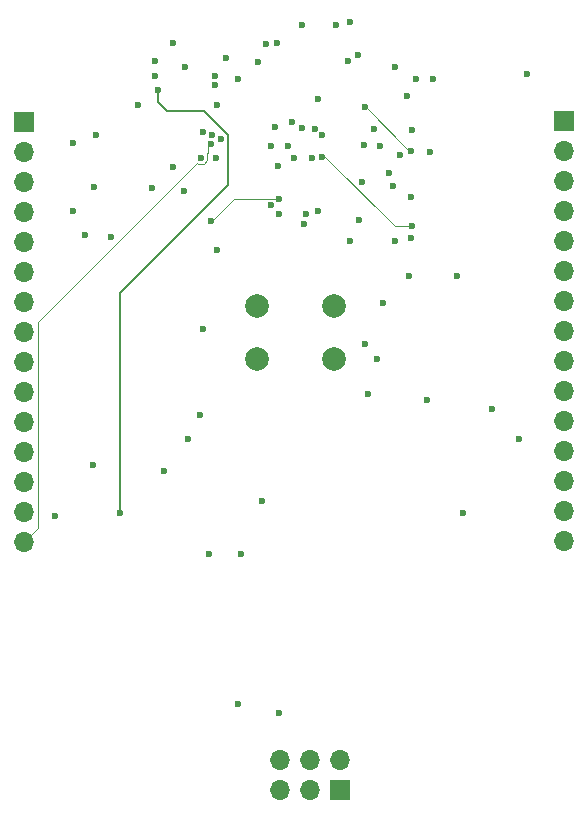
<source format=gbr>
%TF.GenerationSoftware,KiCad,Pcbnew,9.0.0*%
%TF.CreationDate,2025-04-07T20:23:24+05:30*%
%TF.ProjectId,arduino nano clone,61726475-696e-46f2-906e-616e6f20636c,rev?*%
%TF.SameCoordinates,Original*%
%TF.FileFunction,Copper,L9,Inr*%
%TF.FilePolarity,Positive*%
%FSLAX46Y46*%
G04 Gerber Fmt 4.6, Leading zero omitted, Abs format (unit mm)*
G04 Created by KiCad (PCBNEW 9.0.0) date 2025-04-07 20:23:24*
%MOMM*%
%LPD*%
G01*
G04 APERTURE LIST*
%TA.AperFunction,ComponentPad*%
%ADD10R,1.700000X1.700000*%
%TD*%
%TA.AperFunction,ComponentPad*%
%ADD11O,1.700000X1.700000*%
%TD*%
%TA.AperFunction,ComponentPad*%
%ADD12C,2.000000*%
%TD*%
%TA.AperFunction,ViaPad*%
%ADD13C,0.600000*%
%TD*%
%TA.AperFunction,Conductor*%
%ADD14C,0.010000*%
%TD*%
%TA.AperFunction,Conductor*%
%ADD15C,0.100000*%
%TD*%
%TA.AperFunction,Conductor*%
%ADD16C,0.200000*%
%TD*%
G04 APERTURE END LIST*
D10*
%TO.N,/D1{slash}TX*%
%TO.C,J3*%
X176377380Y-73380000D03*
D11*
%TO.N,/D0{slash}RX*%
X176377380Y-75920000D03*
%TO.N,/RESET*%
X176377380Y-78460000D03*
%TO.N,GND*%
X176377380Y-81000000D03*
%TO.N,/D2*%
X176377380Y-83540000D03*
%TO.N,/D3*%
X176377380Y-86080000D03*
%TO.N,/D4*%
X176377380Y-88620000D03*
%TO.N,/D5*%
X176377380Y-91160000D03*
%TO.N,/D6*%
X176377380Y-93700000D03*
%TO.N,/D7*%
X176377380Y-96240000D03*
%TO.N,/D8*%
X176377380Y-98780000D03*
%TO.N,/D9*%
X176377380Y-101320000D03*
%TO.N,/D10*%
X176377380Y-103860000D03*
%TO.N,/D11{slash}MOSI*%
X176377380Y-106400000D03*
%TO.N,/D12{slash}MISO*%
X176377380Y-108940000D03*
%TD*%
D10*
%TO.N,VCC*%
%TO.C,J4*%
X130627380Y-73420000D03*
D11*
%TO.N,GND*%
X130627380Y-75960000D03*
%TO.N,/RESET*%
X130627380Y-78500000D03*
%TO.N,+5V*%
X130627380Y-81040000D03*
%TO.N,/A7*%
X130627380Y-83580000D03*
%TO.N,/A6*%
X130627380Y-86120000D03*
%TO.N,/A5*%
X130627380Y-88660000D03*
%TO.N,/A4*%
X130627380Y-91200000D03*
%TO.N,/A3*%
X130627380Y-93740000D03*
%TO.N,/A2*%
X130627380Y-96280000D03*
%TO.N,/A1*%
X130627380Y-98820000D03*
%TO.N,/A0*%
X130627380Y-101360000D03*
%TO.N,/AREF*%
X130627380Y-103900000D03*
%TO.N,+3V3*%
X130627380Y-106440000D03*
%TO.N,/D13{slash}SCK*%
X130627380Y-108980000D03*
%TD*%
D10*
%TO.N,/D12{slash}MISO*%
%TO.C,J2*%
X157402380Y-130025000D03*
D11*
%TO.N,+5V*%
X157402380Y-127485000D03*
%TO.N,/D13{slash}SCK*%
X154862380Y-130025000D03*
%TO.N,/D11{slash}MOSI*%
X154862380Y-127485000D03*
%TO.N,/RESET*%
X152322380Y-130025000D03*
%TO.N,GND*%
X152322380Y-127485000D03*
%TD*%
D12*
%TO.N,Net-(U1-~{RESET}{slash}PC6)*%
%TO.C,SW1*%
X156877380Y-89000000D03*
X150377380Y-89000000D03*
%TO.N,GND*%
X156877380Y-93500000D03*
X150377380Y-93500000D03*
%TD*%
D13*
%TO.N,*%
X162450000Y-76200000D03*
X136560000Y-78940000D03*
X163450000Y-74150000D03*
X141450000Y-79000000D03*
%TO.N,GND*%
X150754760Y-105500000D03*
X145504760Y-98250000D03*
X159480000Y-72190000D03*
X158254760Y-83500000D03*
X163379178Y-75876996D03*
X170254760Y-97750000D03*
X145600000Y-76440000D03*
%TO.N,/AREF*%
X155852378Y-76370000D03*
X163504760Y-82250000D03*
%TO.N,Net-(U1-XTAL2{slash}PB7)*%
X155004760Y-76500000D03*
X136754760Y-74500000D03*
%TO.N,Net-(U1-XTAL1{slash}PB6)*%
X140254760Y-72000000D03*
X161504760Y-77750000D03*
X159254760Y-78500000D03*
%TO.N,+5V*%
X137960000Y-83200000D03*
X136504760Y-102500000D03*
X147310000Y-74840000D03*
X165270000Y-69810000D03*
X159399791Y-75366031D03*
X153494760Y-76480000D03*
X149004760Y-110000000D03*
X164754760Y-97000000D03*
X146254760Y-110000000D03*
X163780000Y-69810000D03*
%TO.N,Net-(U3-DTR)*%
X141754760Y-68250000D03*
X145754760Y-74250000D03*
%TO.N,Net-(D4-A)*%
X167254760Y-86500000D03*
X163254760Y-86500000D03*
X161004760Y-88750000D03*
%TO.N,VCC*%
X148754760Y-122750000D03*
X134754760Y-75250000D03*
X133254760Y-106750000D03*
X134754760Y-81000000D03*
X154127380Y-65250000D03*
X152254760Y-123500000D03*
X135754760Y-83000000D03*
%TO.N,Net-(J1-D+)*%
X162004760Y-83500000D03*
X157004760Y-65250000D03*
%TO.N,Net-(J1-ID)*%
X163424760Y-79790000D03*
X154354760Y-82050000D03*
X159014760Y-81750000D03*
X161834760Y-78840000D03*
X158254760Y-65000000D03*
X163374760Y-83280000D03*
%TO.N,/D12{slash}MISO*%
X146882281Y-76482719D03*
%TO.N,/D13{slash}SCK*%
X146442939Y-75325001D03*
%TO.N,/D11{slash}MOSI*%
X159504760Y-92250000D03*
X167754760Y-106500000D03*
X160504760Y-93500000D03*
X159754760Y-96500000D03*
X147004760Y-84250000D03*
X153004760Y-75500000D03*
%TO.N,/D8*%
X151504760Y-80500000D03*
%TO.N,/D4*%
X155852378Y-74560000D03*
X158055760Y-68301000D03*
%TO.N,/D3*%
X160254760Y-74000000D03*
X155254760Y-74000000D03*
%TO.N,/D0{slash}RX*%
X151084760Y-66820000D03*
X158877380Y-67750000D03*
%TO.N,/D7*%
X145754760Y-91000000D03*
X172504760Y-100250000D03*
X152254760Y-81250000D03*
%TO.N,/D6*%
X154504760Y-81250000D03*
%TO.N,/D2*%
X155504760Y-71500000D03*
X163090000Y-71249000D03*
%TO.N,/D9*%
X151504760Y-75500000D03*
%TO.N,/D1{slash}TX*%
X152004760Y-66750000D03*
X162004760Y-68750000D03*
%TO.N,/D10*%
X152174760Y-79920000D03*
X146414760Y-81840000D03*
X144204760Y-79260000D03*
%TO.N,/D5*%
X155504760Y-81000000D03*
%TO.N,/A0*%
X147004760Y-72000000D03*
%TO.N,/A1*%
X146754760Y-70300003D03*
%TO.N,/A6*%
X146554762Y-74499000D03*
%TO.N,/A3*%
X141754760Y-69500000D03*
X146754760Y-69500000D03*
%TO.N,/A2*%
X148754760Y-69750000D03*
X143254760Y-66750000D03*
%TO.N,/A4*%
X150424760Y-68330000D03*
%TO.N,/A7*%
X152134760Y-77200000D03*
X151894760Y-73860000D03*
%TO.N,/A5*%
X153354760Y-73410000D03*
%TO.N,Net-(U1-~{RESET}{slash}PC6)*%
X144504760Y-100250000D03*
X154153760Y-73960000D03*
X147754760Y-68000000D03*
X144254760Y-68750000D03*
X142504760Y-103000000D03*
%TO.N,/RX*%
X142004760Y-70750000D03*
X138754760Y-106500000D03*
%TO.N,/TX*%
X143254760Y-77250000D03*
X160805760Y-75449000D03*
%TO.N,Net-(U3-CBUS0)*%
X173184760Y-69360000D03*
%TO.N,Net-(U3-CBUS1)*%
X165004760Y-76000000D03*
%TD*%
D14*
%TO.N,GND*%
X163192182Y-75690000D02*
X163040000Y-75690000D01*
X163379178Y-75876996D02*
X163192182Y-75690000D01*
X163040000Y-75690000D02*
X159540000Y-72190000D01*
D15*
%TO.N,/AREF*%
X162004760Y-82250000D02*
X163504760Y-82250000D01*
X156124760Y-76370000D02*
X162004760Y-82250000D01*
X155852378Y-76370000D02*
X156124760Y-76370000D01*
%TO.N,/D13{slash}SCK*%
X145828232Y-76991000D02*
X145371768Y-76991000D01*
X146225528Y-76000000D02*
X146082380Y-76143148D01*
X146151000Y-76668232D02*
X145828232Y-76991000D01*
X131829461Y-107777919D02*
X130627380Y-108980000D01*
X146442938Y-75325000D02*
X146407260Y-75325000D01*
X146407260Y-75325000D02*
X146225528Y-75506732D01*
X146442939Y-75325001D02*
X146442938Y-75325000D01*
X131829461Y-90396067D02*
X131829461Y-107777919D01*
X145371768Y-76991000D02*
X145303148Y-76922380D01*
X145303148Y-76922380D02*
X131829461Y-90396067D01*
X146082380Y-76143148D02*
X146151000Y-76211768D01*
X146151000Y-76211768D02*
X146151000Y-76668232D01*
X146225528Y-75506732D02*
X146225528Y-76000000D01*
D14*
%TO.N,/D10*%
X148384760Y-79920000D02*
X146424760Y-81880000D01*
X152174760Y-79920000D02*
X148384760Y-79920000D01*
D16*
%TO.N,/RX*%
X147910000Y-74555297D02*
X145854703Y-72500000D01*
X142004760Y-71750000D02*
X142004760Y-70750000D01*
X142754760Y-72500000D02*
X142004760Y-71750000D01*
X147910000Y-78744817D02*
X147910000Y-74555297D01*
X145854703Y-72500000D02*
X142754760Y-72500000D01*
X138754760Y-87900057D02*
X147910000Y-78744817D01*
X138754760Y-106500000D02*
X138754760Y-87900057D01*
%TD*%
M02*

</source>
